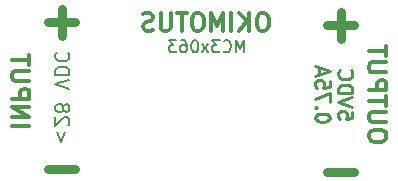
<source format=gbo>
%TF.GenerationSoftware,KiCad,Pcbnew,(6.0.7)*%
%TF.CreationDate,2022-10-15T23:28:00+03:00*%
%TF.ProjectId,mc34063-step-down-dev-0.3,6d633334-3036-4332-9d73-7465702d646f,rev?*%
%TF.SameCoordinates,Original*%
%TF.FileFunction,Legend,Bot*%
%TF.FilePolarity,Positive*%
%FSLAX46Y46*%
G04 Gerber Fmt 4.6, Leading zero omitted, Abs format (unit mm)*
G04 Created by KiCad (PCBNEW (6.0.7)) date 2022-10-15 23:28:00*
%MOMM*%
%LPD*%
G01*
G04 APERTURE LIST*
%ADD10C,0.375000*%
%ADD11C,0.750000*%
%ADD12C,0.250000*%
%ADD13C,0.150000*%
%ADD14C,0.200000*%
G04 APERTURE END LIST*
D10*
X80601428Y-57248857D02*
X82101428Y-57248857D01*
X80601428Y-56534571D02*
X82101428Y-56534571D01*
X80601428Y-55677428D01*
X82101428Y-55677428D01*
X80601428Y-54963142D02*
X82101428Y-54963142D01*
X82101428Y-54391714D01*
X82030000Y-54248857D01*
X81958571Y-54177428D01*
X81815714Y-54106000D01*
X81601428Y-54106000D01*
X81458571Y-54177428D01*
X81387142Y-54248857D01*
X81315714Y-54391714D01*
X81315714Y-54963142D01*
X82101428Y-53463142D02*
X80887142Y-53463142D01*
X80744285Y-53391714D01*
X80672857Y-53320285D01*
X80601428Y-53177428D01*
X80601428Y-52891714D01*
X80672857Y-52748857D01*
X80744285Y-52677428D01*
X80887142Y-52606000D01*
X82101428Y-52606000D01*
X82101428Y-52106000D02*
X82101428Y-51248857D01*
X80601428Y-51677428D02*
X82101428Y-51677428D01*
D11*
X85978857Y-60920285D02*
X83693142Y-60920285D01*
D10*
X101992285Y-47692571D02*
X101706571Y-47692571D01*
X101563714Y-47764000D01*
X101420857Y-47906857D01*
X101349428Y-48192571D01*
X101349428Y-48692571D01*
X101420857Y-48978285D01*
X101563714Y-49121142D01*
X101706571Y-49192571D01*
X101992285Y-49192571D01*
X102135142Y-49121142D01*
X102278000Y-48978285D01*
X102349428Y-48692571D01*
X102349428Y-48192571D01*
X102278000Y-47906857D01*
X102135142Y-47764000D01*
X101992285Y-47692571D01*
X100706571Y-49192571D02*
X100706571Y-47692571D01*
X99849428Y-49192571D02*
X100492285Y-48335428D01*
X99849428Y-47692571D02*
X100706571Y-48549714D01*
X99206571Y-49192571D02*
X99206571Y-47692571D01*
X98492285Y-49192571D02*
X98492285Y-47692571D01*
X97992285Y-48764000D01*
X97492285Y-47692571D01*
X97492285Y-49192571D01*
X96492285Y-47692571D02*
X96206571Y-47692571D01*
X96063714Y-47764000D01*
X95920857Y-47906857D01*
X95849428Y-48192571D01*
X95849428Y-48692571D01*
X95920857Y-48978285D01*
X96063714Y-49121142D01*
X96206571Y-49192571D01*
X96492285Y-49192571D01*
X96635142Y-49121142D01*
X96778000Y-48978285D01*
X96849428Y-48692571D01*
X96849428Y-48192571D01*
X96778000Y-47906857D01*
X96635142Y-47764000D01*
X96492285Y-47692571D01*
X95420857Y-47692571D02*
X94563714Y-47692571D01*
X94992285Y-49192571D02*
X94992285Y-47692571D01*
X94063714Y-47692571D02*
X94063714Y-48906857D01*
X93992285Y-49049714D01*
X93920857Y-49121142D01*
X93778000Y-49192571D01*
X93492285Y-49192571D01*
X93349428Y-49121142D01*
X93278000Y-49049714D01*
X93206571Y-48906857D01*
X93206571Y-47692571D01*
X92563714Y-49121142D02*
X92349428Y-49192571D01*
X91992285Y-49192571D01*
X91849428Y-49121142D01*
X91778000Y-49049714D01*
X91706571Y-48906857D01*
X91706571Y-48764000D01*
X91778000Y-48621142D01*
X91849428Y-48549714D01*
X91992285Y-48478285D01*
X92278000Y-48406857D01*
X92420857Y-48335428D01*
X92492285Y-48264000D01*
X92563714Y-48121142D01*
X92563714Y-47978285D01*
X92492285Y-47835428D01*
X92420857Y-47764000D01*
X92278000Y-47692571D01*
X91920857Y-47692571D01*
X91706571Y-47764000D01*
D12*
X109446142Y-56038571D02*
X109446142Y-56610000D01*
X108874714Y-56667142D01*
X108931857Y-56610000D01*
X108989000Y-56495714D01*
X108989000Y-56210000D01*
X108931857Y-56095714D01*
X108874714Y-56038571D01*
X108760428Y-55981428D01*
X108474714Y-55981428D01*
X108360428Y-56038571D01*
X108303285Y-56095714D01*
X108246142Y-56210000D01*
X108246142Y-56495714D01*
X108303285Y-56610000D01*
X108360428Y-56667142D01*
X109446142Y-55638571D02*
X108246142Y-55238571D01*
X109446142Y-54838571D01*
X108246142Y-54438571D02*
X109446142Y-54438571D01*
X109446142Y-54152857D01*
X109389000Y-53981428D01*
X109274714Y-53867142D01*
X109160428Y-53810000D01*
X108931857Y-53752857D01*
X108760428Y-53752857D01*
X108531857Y-53810000D01*
X108417571Y-53867142D01*
X108303285Y-53981428D01*
X108246142Y-54152857D01*
X108246142Y-54438571D01*
X108360428Y-52552857D02*
X108303285Y-52610000D01*
X108246142Y-52781428D01*
X108246142Y-52895714D01*
X108303285Y-53067142D01*
X108417571Y-53181428D01*
X108531857Y-53238571D01*
X108760428Y-53295714D01*
X108931857Y-53295714D01*
X109160428Y-53238571D01*
X109274714Y-53181428D01*
X109389000Y-53067142D01*
X109446142Y-52895714D01*
X109446142Y-52781428D01*
X109389000Y-52610000D01*
X109331857Y-52552857D01*
X107514142Y-56610000D02*
X107514142Y-56495714D01*
X107457000Y-56381428D01*
X107399857Y-56324285D01*
X107285571Y-56267142D01*
X107057000Y-56210000D01*
X106771285Y-56210000D01*
X106542714Y-56267142D01*
X106428428Y-56324285D01*
X106371285Y-56381428D01*
X106314142Y-56495714D01*
X106314142Y-56610000D01*
X106371285Y-56724285D01*
X106428428Y-56781428D01*
X106542714Y-56838571D01*
X106771285Y-56895714D01*
X107057000Y-56895714D01*
X107285571Y-56838571D01*
X107399857Y-56781428D01*
X107457000Y-56724285D01*
X107514142Y-56610000D01*
X106428428Y-55695714D02*
X106371285Y-55638571D01*
X106314142Y-55695714D01*
X106371285Y-55752857D01*
X106428428Y-55695714D01*
X106314142Y-55695714D01*
X107514142Y-55238571D02*
X107514142Y-54438571D01*
X106314142Y-54952857D01*
X107514142Y-53410000D02*
X107514142Y-53981428D01*
X106942714Y-54038571D01*
X106999857Y-53981428D01*
X107057000Y-53867142D01*
X107057000Y-53581428D01*
X106999857Y-53467142D01*
X106942714Y-53410000D01*
X106828428Y-53352857D01*
X106542714Y-53352857D01*
X106428428Y-53410000D01*
X106371285Y-53467142D01*
X106314142Y-53581428D01*
X106314142Y-53867142D01*
X106371285Y-53981428D01*
X106428428Y-54038571D01*
X106657000Y-52895714D02*
X106657000Y-52324285D01*
X106314142Y-53010000D02*
X107514142Y-52610000D01*
X106314142Y-52210000D01*
D13*
X100248404Y-50998380D02*
X100248404Y-49998380D01*
X99915071Y-50712666D01*
X99581738Y-49998380D01*
X99581738Y-50998380D01*
X98534119Y-50903142D02*
X98581738Y-50950761D01*
X98724595Y-50998380D01*
X98819833Y-50998380D01*
X98962690Y-50950761D01*
X99057928Y-50855523D01*
X99105547Y-50760285D01*
X99153166Y-50569809D01*
X99153166Y-50426952D01*
X99105547Y-50236476D01*
X99057928Y-50141238D01*
X98962690Y-50046000D01*
X98819833Y-49998380D01*
X98724595Y-49998380D01*
X98581738Y-50046000D01*
X98534119Y-50093619D01*
X98200785Y-49998380D02*
X97581738Y-49998380D01*
X97915071Y-50379333D01*
X97772214Y-50379333D01*
X97676976Y-50426952D01*
X97629357Y-50474571D01*
X97581738Y-50569809D01*
X97581738Y-50807904D01*
X97629357Y-50903142D01*
X97676976Y-50950761D01*
X97772214Y-50998380D01*
X98057928Y-50998380D01*
X98153166Y-50950761D01*
X98200785Y-50903142D01*
X97248404Y-50998380D02*
X96724595Y-50331714D01*
X97248404Y-50331714D02*
X96724595Y-50998380D01*
X96153166Y-49998380D02*
X96057928Y-49998380D01*
X95962690Y-50046000D01*
X95915071Y-50093619D01*
X95867452Y-50188857D01*
X95819833Y-50379333D01*
X95819833Y-50617428D01*
X95867452Y-50807904D01*
X95915071Y-50903142D01*
X95962690Y-50950761D01*
X96057928Y-50998380D01*
X96153166Y-50998380D01*
X96248404Y-50950761D01*
X96296023Y-50903142D01*
X96343642Y-50807904D01*
X96391261Y-50617428D01*
X96391261Y-50379333D01*
X96343642Y-50188857D01*
X96296023Y-50093619D01*
X96248404Y-50046000D01*
X96153166Y-49998380D01*
X94962690Y-49998380D02*
X95153166Y-49998380D01*
X95248404Y-50046000D01*
X95296023Y-50093619D01*
X95391261Y-50236476D01*
X95438880Y-50426952D01*
X95438880Y-50807904D01*
X95391261Y-50903142D01*
X95343642Y-50950761D01*
X95248404Y-50998380D01*
X95057928Y-50998380D01*
X94962690Y-50950761D01*
X94915071Y-50903142D01*
X94867452Y-50807904D01*
X94867452Y-50569809D01*
X94915071Y-50474571D01*
X94962690Y-50426952D01*
X95057928Y-50379333D01*
X95248404Y-50379333D01*
X95343642Y-50426952D01*
X95391261Y-50474571D01*
X95438880Y-50569809D01*
X94534119Y-49998380D02*
X93915071Y-49998380D01*
X94248404Y-50379333D01*
X94105547Y-50379333D01*
X94010309Y-50426952D01*
X93962690Y-50474571D01*
X93915071Y-50569809D01*
X93915071Y-50807904D01*
X93962690Y-50903142D01*
X94010309Y-50950761D01*
X94105547Y-50998380D01*
X94391261Y-50998380D01*
X94486500Y-50950761D01*
X94534119Y-50903142D01*
D11*
X85978857Y-48474285D02*
X83693142Y-48474285D01*
X84836000Y-49617142D02*
X84836000Y-47331428D01*
X109600857Y-48728285D02*
X107315142Y-48728285D01*
X108458000Y-49871142D02*
X108458000Y-47585428D01*
X109600857Y-61174285D02*
X107315142Y-61174285D01*
D14*
X85093142Y-57725000D02*
X84750285Y-58639285D01*
X84407428Y-57725000D01*
X85378857Y-57210714D02*
X85436000Y-57153571D01*
X85493142Y-57039285D01*
X85493142Y-56753571D01*
X85436000Y-56639285D01*
X85378857Y-56582142D01*
X85264571Y-56525000D01*
X85150285Y-56525000D01*
X84978857Y-56582142D01*
X84293142Y-57267857D01*
X84293142Y-56525000D01*
X84978857Y-55839285D02*
X85036000Y-55953571D01*
X85093142Y-56010714D01*
X85207428Y-56067857D01*
X85264571Y-56067857D01*
X85378857Y-56010714D01*
X85436000Y-55953571D01*
X85493142Y-55839285D01*
X85493142Y-55610714D01*
X85436000Y-55496428D01*
X85378857Y-55439285D01*
X85264571Y-55382142D01*
X85207428Y-55382142D01*
X85093142Y-55439285D01*
X85036000Y-55496428D01*
X84978857Y-55610714D01*
X84978857Y-55839285D01*
X84921714Y-55953571D01*
X84864571Y-56010714D01*
X84750285Y-56067857D01*
X84521714Y-56067857D01*
X84407428Y-56010714D01*
X84350285Y-55953571D01*
X84293142Y-55839285D01*
X84293142Y-55610714D01*
X84350285Y-55496428D01*
X84407428Y-55439285D01*
X84521714Y-55382142D01*
X84750285Y-55382142D01*
X84864571Y-55439285D01*
X84921714Y-55496428D01*
X84978857Y-55610714D01*
X85493142Y-54125000D02*
X84293142Y-53725000D01*
X85493142Y-53325000D01*
X84293142Y-52925000D02*
X85493142Y-52925000D01*
X85493142Y-52639285D01*
X85436000Y-52467857D01*
X85321714Y-52353571D01*
X85207428Y-52296428D01*
X84978857Y-52239285D01*
X84807428Y-52239285D01*
X84578857Y-52296428D01*
X84464571Y-52353571D01*
X84350285Y-52467857D01*
X84293142Y-52639285D01*
X84293142Y-52925000D01*
X84407428Y-51039285D02*
X84350285Y-51096428D01*
X84293142Y-51267857D01*
X84293142Y-51382142D01*
X84350285Y-51553571D01*
X84464571Y-51667857D01*
X84578857Y-51725000D01*
X84807428Y-51782142D01*
X84978857Y-51782142D01*
X85207428Y-51725000D01*
X85321714Y-51667857D01*
X85436000Y-51553571D01*
X85493142Y-51382142D01*
X85493142Y-51267857D01*
X85436000Y-51096428D01*
X85378857Y-51039285D01*
D10*
X112327428Y-58217142D02*
X112327428Y-57931428D01*
X112256000Y-57788571D01*
X112113142Y-57645714D01*
X111827428Y-57574285D01*
X111327428Y-57574285D01*
X111041714Y-57645714D01*
X110898857Y-57788571D01*
X110827428Y-57931428D01*
X110827428Y-58217142D01*
X110898857Y-58360000D01*
X111041714Y-58502857D01*
X111327428Y-58574285D01*
X111827428Y-58574285D01*
X112113142Y-58502857D01*
X112256000Y-58360000D01*
X112327428Y-58217142D01*
X112327428Y-56931428D02*
X111113142Y-56931428D01*
X110970285Y-56860000D01*
X110898857Y-56788571D01*
X110827428Y-56645714D01*
X110827428Y-56360000D01*
X110898857Y-56217142D01*
X110970285Y-56145714D01*
X111113142Y-56074285D01*
X112327428Y-56074285D01*
X112327428Y-55574285D02*
X112327428Y-54717142D01*
X110827428Y-55145714D02*
X112327428Y-55145714D01*
X110827428Y-54217142D02*
X112327428Y-54217142D01*
X112327428Y-53645714D01*
X112256000Y-53502857D01*
X112184571Y-53431428D01*
X112041714Y-53360000D01*
X111827428Y-53360000D01*
X111684571Y-53431428D01*
X111613142Y-53502857D01*
X111541714Y-53645714D01*
X111541714Y-54217142D01*
X112327428Y-52717142D02*
X111113142Y-52717142D01*
X110970285Y-52645714D01*
X110898857Y-52574285D01*
X110827428Y-52431428D01*
X110827428Y-52145714D01*
X110898857Y-52002857D01*
X110970285Y-51931428D01*
X111113142Y-51860000D01*
X112327428Y-51860000D01*
X112327428Y-51360000D02*
X112327428Y-50502857D01*
X110827428Y-50931428D02*
X112327428Y-50931428D01*
M02*

</source>
